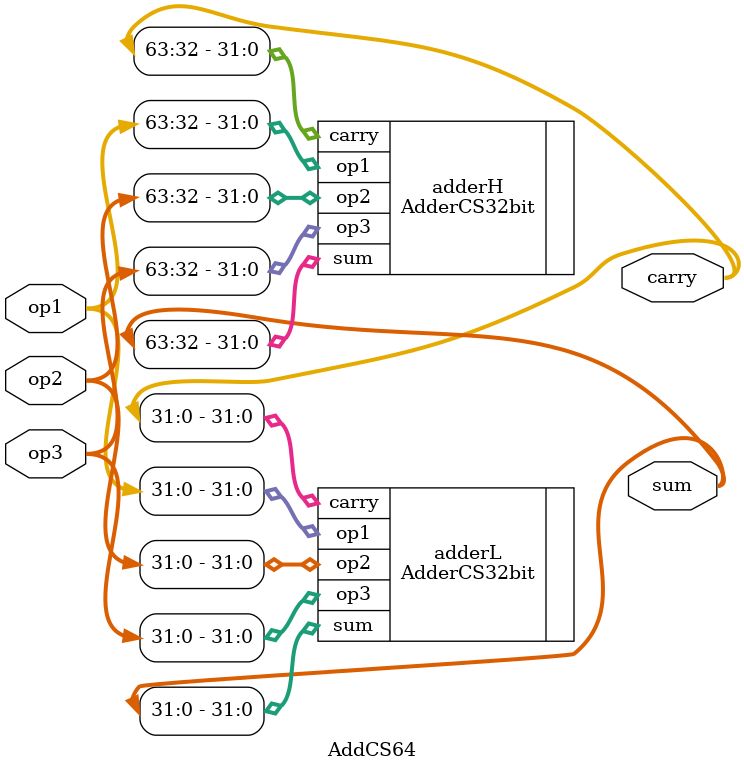
<source format=v>
module AddLC64(
    input  wire [63:0] op1,
    input  wire [63:0] op2,
    output wire [63:0] sum
);

    reg  ZERO = 1'b0;
    reg  NULL;
    wire cinner;

    AdderLC32bit adderL(
        .op1(op1[31:0]),
        .op2(op2[31:0]),
        .cin(ZERO),
        .sum(sum[31:0]),
        .cout(cinner)
    ); 
    AdderLC32bit adderH(
        .op1(op1[63:32]),
        .op2(op2[63:32]),
        .cin(cinner),
        .sum(sum[63:32]),
        .cout(NULL)
    );

endmodule

module AddCS64(
    input  wire [63:0] op1,
    input  wire [63:0] op2,
    input  wire [63:0] op3,
    output wire [63:0] sum,
    output wire [63:0] carry
);

    AdderCS32bit adderL(
        .op1(op1[31:0]),
        .op2(op2[31:0]),
        .op3(op3[31:0]),
        .sum(sum[31:0]),
        .carry(carry[31:0])
    ); 
    AdderCS32bit adderH(
        .op1(op1[63:32]),
        .op2(op2[63:32]),
        .op3(op3[63:32]),
        .sum(sum[63:32]),
        .carry(carry[63:32])
    );

endmodule
</source>
